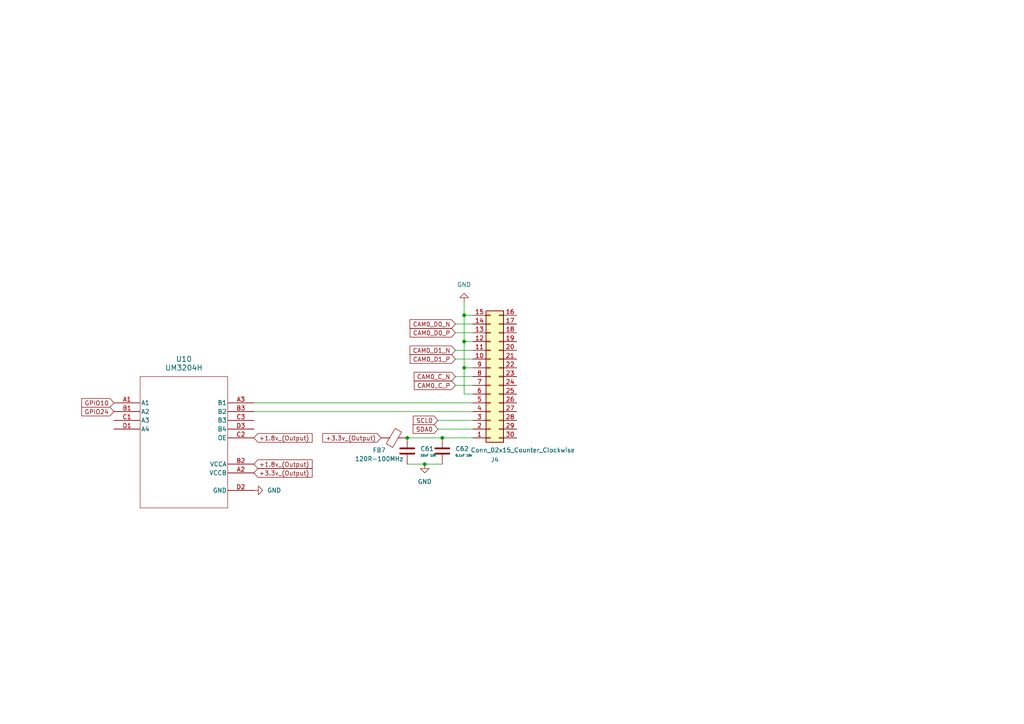
<source format=kicad_sch>
(kicad_sch (version 20250114) (generator "eeschema") (generator_version "9.0")
  (paper "A4")
  (lib_symbols
    (symbol "2025-10-18_12-13-53:UM3204H" (pin_names (offset 0.254))
      (property "Reference" "U" (at 20.32 12.7 0))
      (property "Value" "UM3204H" (at 20.32 10.16 0))
      (symbol "UM3204H_0_1"
        (polyline (pts (xy 7.62 7.62) (xy 7.62 -30.48)) (stroke (width 0.127)))
        (polyline (pts (xy 7.62 -30.48) (xy 33.02 -30.48)) (stroke (width 0.127)))
        (polyline (pts (xy 33.02 7.62) (xy 7.62 7.62)) (stroke (width 0.127)))
        (polyline (pts (xy 33.02 -30.48) (xy 33.02 7.62)) (stroke (width 0.127)))
        (pin bidirectional line (at 0 0 0) (length 7.62) (name "B1") (number "A3"))
        (pin bidirectional line (at 0 -2.54 0) (length 7.62) (name "B2") (number "B3"))
        (pin bidirectional line (at 0 -5.08 0) (length 7.62) (name "B3") (number "C3"))
        (pin bidirectional line (at 0 -7.62 0) (length 7.62) (name "B4") (number "D3"))
        (pin unspecified line (at 0 -10.16 0) (length 7.62) (name "OE") (number "C2"))
        (pin power_in line (at 0 -17.78 0) (length 7.62) (name "VCCA") (number "B2"))
        (pin power_in line (at 0 -20.32 0) (length 7.62) (name "VCCB") (number "A2"))
        (pin power_out line (at 0 -25.4 0) (length 7.62) (name "GND") (number "D2"))
        (pin bidirectional line (at 40.64 0 180) (length 7.62) (name "A1") (number "A1"))
        (pin bidirectional line (at 40.64 -2.54 180) (length 7.62) (name "A2") (number "B1"))
        (pin bidirectional line (at 40.64 -5.08 180) (length 7.62) (name "A3") (number "C1"))
        (pin bidirectional line (at 40.64 -7.62 180) (length 7.62) (name "A4") (number "D1"))
      )
    )
    (symbol "Connector_Generic:Conn_02x15_Counter_Clockwise" (pin_names (offset 1.016) (hide yes))
      (property "Reference" "J" (at 1.27 20.32 0))
      (property "Value" "Conn_02x15_Counter_Clockwise" (at 1.27 -20.32 0))
      (symbol "Conn_02x15_Counter_Clockwise_1_1"
        (rectangle (start -1.27 19.05) (end 3.81 -19.05) (stroke (width 0.254)) (fill (type background)))
        (rectangle (start -1.27 17.907) (end 0 17.653) (stroke (width 0.1524)))
        (rectangle (start -1.27 15.367) (end 0 15.113) (stroke (width 0.1524)))
        (rectangle (start -1.27 12.827) (end 0 12.573) (stroke (width 0.1524)))
        (rectangle (start -1.27 10.287) (end 0 10.033) (stroke (width 0.1524)))
        (rectangle (start -1.27 7.747) (end 0 7.493) (stroke (width 0.1524)))
        (rectangle (start -1.27 5.207) (end 0 4.953) (stroke (width 0.1524)))
        (rectangle (start -1.27 2.667) (end 0 2.413) (stroke (width 0.1524)))
        (rectangle (start -1.27 0.127) (end 0 -0.127) (stroke (width 0.1524)))
        (rectangle (start -1.27 -2.413) (end 0 -2.667) (stroke (width 0.1524)))
        (rectangle (start -1.27 -4.953) (end 0 -5.207) (stroke (width 0.1524)))
        (rectangle (start -1.27 -7.493) (end 0 -7.747) (stroke (width 0.1524)))
        (rectangle (start -1.27 -10.033) (end 0 -10.287) (stroke (width 0.1524)))
        (rectangle (start -1.27 -12.573) (end 0 -12.827) (stroke (width 0.1524)))
        (rectangle (start -1.27 -15.113) (end 0 -15.367) (stroke (width 0.1524)))
        (rectangle (start -1.27 -17.653) (end 0 -17.907) (stroke (width 0.1524)))
        (rectangle (start 3.81 17.907) (end 2.54 17.653) (stroke (width 0.1524)))
        (rectangle (start 3.81 15.367) (end 2.54 15.113) (stroke (width 0.1524)))
        (rectangle (start 3.81 12.827) (end 2.54 12.573) (stroke (width 0.1524)))
        (rectangle (start 3.81 10.287) (end 2.54 10.033) (stroke (width 0.1524)))
        (rectangle (start 3.81 7.747) (end 2.54 7.493) (stroke (width 0.1524)))
        (rectangle (start 3.81 5.207) (end 2.54 4.953) (stroke (width 0.1524)))
        (rectangle (start 3.81 2.667) (end 2.54 2.413) (stroke (width 0.1524)))
        (rectangle (start 3.81 0.127) (end 2.54 -0.127) (stroke (width 0.1524)))
        (rectangle (start 3.81 -2.413) (end 2.54 -2.667) (stroke (width 0.1524)))
        (rectangle (start 3.81 -4.953) (end 2.54 -5.207) (stroke (width 0.1524)))
        (rectangle (start 3.81 -7.493) (end 2.54 -7.747) (stroke (width 0.1524)))
        (rectangle (start 3.81 -10.033) (end 2.54 -10.287) (stroke (width 0.1524)))
        (rectangle (start 3.81 -12.573) (end 2.54 -12.827) (stroke (width 0.1524)))
        (rectangle (start 3.81 -15.113) (end 2.54 -15.367) (stroke (width 0.1524)))
        (rectangle (start 3.81 -17.653) (end 2.54 -17.907) (stroke (width 0.1524)))
        (pin passive line (at -5.08 17.78 0) (length 3.81) (name "Pin_1") (number "1"))
        (pin passive line (at -5.08 15.24 0) (length 3.81) (name "Pin_2") (number "2"))
        (pin passive line (at -5.08 12.7 0) (length 3.81) (name "Pin_3") (number "3"))
        (pin passive line (at -5.08 10.16 0) (length 3.81) (name "Pin_4") (number "4"))
        (pin passive line (at -5.08 7.62 0) (length 3.81) (name "Pin_5") (number "5"))
        (pin passive line (at -5.08 5.08 0) (length 3.81) (name "Pin_6") (number "6"))
        (pin passive line (at -5.08 2.54 0) (length 3.81) (name "Pin_7") (number "7"))
        (pin passive line (at -5.08 0 0) (length 3.81) (name "Pin_8") (number "8"))
        (pin passive line (at -5.08 -2.54 0) (length 3.81) (name "Pin_9") (number "9"))
        (pin passive line (at -5.08 -5.08 0) (length 3.81) (name "Pin_10") (number "10"))
        (pin passive line (at -5.08 -7.62 0) (length 3.81) (name "Pin_11") (number "11"))
        (pin passive line (at -5.08 -10.16 0) (length 3.81) (name "Pin_12") (number "12"))
        (pin passive line (at -5.08 -12.7 0) (length 3.81) (name "Pin_13") (number "13"))
        (pin passive line (at -5.08 -15.24 0) (length 3.81) (name "Pin_14") (number "14"))
        (pin passive line (at -5.08 -17.78 0) (length 3.81) (name "Pin_15") (number "15"))
        (pin passive line (at 7.62 17.78 180) (length 3.81) (name "Pin_30") (number "30"))
        (pin passive line (at 7.62 15.24 180) (length 3.81) (name "Pin_29") (number "29"))
        (pin passive line (at 7.62 12.7 180) (length 3.81) (name "Pin_28") (number "28"))
        (pin passive line (at 7.62 10.16 180) (length 3.81) (name "Pin_27") (number "27"))
        (pin passive line (at 7.62 7.62 180) (length 3.81) (name "Pin_26") (number "26"))
        (pin passive line (at 7.62 5.08 180) (length 3.81) (name "Pin_25") (number "25"))
        (pin passive line (at 7.62 2.54 180) (length 3.81) (name "Pin_24") (number "24"))
        (pin passive line (at 7.62 0 180) (length 3.81) (name "Pin_23") (number "23"))
        (pin passive line (at 7.62 -2.54 180) (length 3.81) (name "Pin_22") (number "22"))
        (pin passive line (at 7.62 -5.08 180) (length 3.81) (name "Pin_21") (number "21"))
        (pin passive line (at 7.62 -7.62 180) (length 3.81) (name "Pin_20") (number "20"))
        (pin passive line (at 7.62 -10.16 180) (length 3.81) (name "Pin_19") (number "19"))
        (pin passive line (at 7.62 -12.7 180) (length 3.81) (name "Pin_18") (number "18"))
        (pin passive line (at 7.62 -15.24 180) (length 3.81) (name "Pin_17") (number "17"))
        (pin passive line (at 7.62 -17.78 180) (length 3.81) (name "Pin_16") (number "16"))
      )
    )
    (symbol "Device:C" (pin_numbers (hide yes)) (pin_names (offset 0.254))
      (property "Reference" "C" (at 0.635 2.54 0))
      (property "Value" "C" (at 0.635 -2.54 0))
      (symbol "C_0_1"
        (polyline (pts (xy -2.032 0.762) (xy 2.032 0.762)) (stroke (width 0.508)))
        (polyline (pts (xy -2.032 -0.762) (xy 2.032 -0.762)) (stroke (width 0.508)))
      )
      (symbol "C_1_1"
        (pin passive line (at 0 3.81 270) (length 2.794) (name "~") (number "1"))
        (pin passive line (at 0 -3.81 90) (length 2.794) (name "~") (number "2"))
      )
    )
    (symbol "Device:FerriteBead" (pin_numbers (hide yes)) (pin_names (offset 0))
      (property "Reference" "FB" (at -3.81 0.635 90))
      (property "Value" "FerriteBead" (at 3.81 0 90))
      (symbol "FerriteBead_0_1"
        (polyline (pts (xy -2.7686 0.4064) (xy -1.7018 2.2606) (xy 2.7686 -0.3048) (xy 1.6764 -2.159) (xy -2.7686 0.4064)))
        (polyline (pts (xy 0 1.27) (xy 0 1.2954)))
        (polyline (pts (xy 0 -1.27) (xy 0 -1.2192)))
      )
      (symbol "FerriteBead_1_1"
        (pin passive line (at 0 3.81 270) (length 2.54) (name "~") (number "1"))
        (pin passive line (at 0 -3.81 90) (length 2.54) (name "~") (number "2"))
      )
    )
    (symbol "power:GND" (power) (pin_numbers (hide yes)) (pin_names (offset 0) (hide yes))
      (property "Value" "GND" (at 0 -3.81 0))
      (symbol "GND_0_1"
        (polyline (pts (xy 0 0) (xy 0 -1.27) (xy 1.27 -1.27) (xy 0 -2.54) (xy -1.27 -1.27) (xy 0 -1.27)))
      )
      (symbol "GND_1_1"
        (pin power_in line (at 0 0 270) (length 0) (name "~") (number "1"))
      )
    )
  )
  (junction (at 128.27 127))
  (junction (at 118.11 127))
  (junction (at 134.62 91.44))
  (junction (at 134.62 99.06))
  (junction (at 134.62 106.68))
  (junction (at 123.19 134.62))
  (wire (pts (xy 134.62 87.63) (xy 134.62 91.44)))
  (wire (pts (xy 127 124.46) (xy 137.16 124.46)))
  (wire (pts (xy 134.62 91.44) (xy 137.16 91.44)))
  (wire (pts (xy 137.16 114.3) (xy 134.62 114.3)))
  (wire (pts (xy 132.08 101.6) (xy 137.16 101.6)))
  (wire (pts (xy 128.27 127) (xy 137.16 127)))
  (wire (pts (xy 118.11 134.62) (xy 123.19 134.62)))
  (wire (pts (xy 132.08 111.76) (xy 137.16 111.76)))
  (wire (pts (xy 73.66 119.38) (xy 137.16 119.38)))
  (wire (pts (xy 132.08 104.14) (xy 137.16 104.14)))
  (wire (pts (xy 134.62 91.44) (xy 134.62 99.06)))
  (wire (pts (xy 127 121.92) (xy 137.16 121.92)))
  (wire (pts (xy 132.08 93.98) (xy 137.16 93.98)))
  (wire (pts (xy 132.08 109.22) (xy 137.16 109.22)))
  (wire (pts (xy 134.62 106.68) (xy 134.62 114.3)))
  (wire (pts (xy 118.11 127) (xy 128.27 127)))
  (wire (pts (xy 132.08 96.52) (xy 137.16 96.52)))
  (wire (pts (xy 73.66 116.84) (xy 137.16 116.84)))
  (wire (pts (xy 134.62 106.68) (xy 137.16 106.68)))
  (wire (pts (xy 134.62 99.06) (xy 134.62 106.68)))
  (wire (pts (xy 123.19 134.62) (xy 128.27 134.62)))
  (wire (pts (xy 134.62 99.06) (xy 137.16 99.06)))
  (global_label "+3.3v_(Output)" (shape input) (at 73.66 137.16 0) (property "Intersheetrefs" "${INTERSHEET_REFS}" (effects (hide yes))))
  (global_label "SDA0" (shape input) (at 127 124.46 180) (property "Intersheetrefs" "${INTERSHEET_REFS}" (effects (hide yes))))
  (global_label "CAM0_D0_P" (shape input) (at 132.08 96.52 180) (property "Intersheetrefs" "${INTERSHEET_REFS}" (effects (hide yes))))
  (global_label "CAM0_D0_N" (shape input) (at 132.08 93.98 180) (property "Intersheetrefs" "${INTERSHEET_REFS}" (effects (hide yes))))
  (global_label "CAM0_C_P" (shape input) (at 132.08 111.76 180) (property "Intersheetrefs" "${INTERSHEET_REFS}" (effects (hide yes))))
  (global_label "+3.3v_(Output)" (shape input) (at 110.49 127 180) (property "Intersheetrefs" "${INTERSHEET_REFS}" (effects (hide yes))))
  (global_label "GPIO24" (shape input) (at 33.02 119.38 180) (property "Intersheetrefs" "${INTERSHEET_REFS}" (effects (hide yes))))
  (global_label "GPIO10" (shape input) (at 33.02 116.84 180) (property "Intersheetrefs" "${INTERSHEET_REFS}" (effects (hide yes))))
  (global_label "SCL0" (shape input) (at 127 121.92 180) (property "Intersheetrefs" "${INTERSHEET_REFS}" (effects (hide yes))))
  (global_label "+1.8v_(Output)" (shape input) (at 73.66 134.62 0) (property "Intersheetrefs" "${INTERSHEET_REFS}" (effects (hide yes))))
  (global_label "CAM0_D1_P" (shape input) (at 132.08 104.14 180) (property "Intersheetrefs" "${INTERSHEET_REFS}" (effects (hide yes))))
  (global_label "CAM0_C_N" (shape input) (at 132.08 109.22 180) (property "Intersheetrefs" "${INTERSHEET_REFS}" (effects (hide yes))))
  (global_label "CAM0_D1_N" (shape input) (at 132.08 101.6 180) (property "Intersheetrefs" "${INTERSHEET_REFS}" (effects (hide yes))))
  (global_label "+1.8v_(Output)" (shape input) (at 73.66 127 0) (property "Intersheetrefs" "${INTERSHEET_REFS}" (effects (hide yes))))
  (symbol (lib_id "Device:FerriteBead") (at 114.3 127 90) (unit 1)
    (property "Reference" "FB7" (at 109.982 130.556 90))
    (property "Value" "120R-100MHz" (at 109.982 133.096 90))
    (property "Description" "Ferrite bead" (effects (hide yes)))
  )
  (symbol (lib_id "2025-10-18_12-13-53:UM3204H") (at 73.66 116.84 0) (mirror y) (unit 1)
    (property "Reference" "U10" (at 53.34 104.14 0) (effects (font (size 1.524 1.524))))
    (property "Value" "UM3204H" (at 53.34 106.68 0) (effects (font (size 1.524 1.524))))
    (property "Footprint" "BGA_3204H_USC" (effects (hide yes)))
    (property "Datasheet" "UM3204H" (effects (hide yes)))
  )
  (symbol (lib_id "power:GND") (at 73.66 142.24 90) (unit 1)
    (property "Reference" "#PWR053" (effects (hide yes)))
    (property "Value" "GND" (at 77.47 142.2399 90) (effects (justify right)))
    (property "Description" "Power symbol creates a global label with name \"GND\" , ground" (effects (hide yes)))
  )
  (symbol (lib_id "power:GND") (at 134.62 87.63 180) (unit 1)
    (property "Reference" "#PWR054" (effects (hide yes)))
    (property "Value" "GND" (at 134.62 82.55 0))
    (property "Description" "Power symbol creates a global label with name \"GND\" , ground" (effects (hide yes)))
  )
  (symbol (lib_id "Device:C") (at 128.27 130.81 0) (unit 1)
    (property "Reference" "C62" (at 132.08 130.1749 0) (effects (justify left)))
    (property "Value" "0.1uF 10v" (at 132.08 132.08 0) (effects (font (size 0.635 0.635)) (justify left)))
    (property "Description" "Unpolarized capacitor" (effects (hide yes)))
  )
  (symbol (lib_id "Connector_Generic:Conn_02x15_Counter_Clockwise") (at 142.24 109.22 0) (mirror x) (unit 1)
    (property "Reference" "J4" (at 143.51 133.35 0))
    (property "Value" "Conn_02x15_Counter_Clockwise" (at 151.638 130.556 0))
    (property "Description" "Generic connector, double row, 02x15, counter clockwise pin numbering scheme (similar to DIP package numbering), script generated (kicad-library-utils/schlib/autogen/connector/)" (effects (hide yes)))
  )
  (symbol (lib_id "power:GND") (at 123.19 134.62 0) (unit 1)
    (property "Reference" "#PWR052" (effects (hide yes)))
    (property "Value" "GND" (at 123.19 139.7 0))
    (property "Description" "Power symbol creates a global label with name \"GND\" , ground" (effects (hide yes)))
  )
  (symbol (lib_id "Device:C") (at 118.11 130.81 0) (unit 1)
    (property "Reference" "C61" (at 121.92 130.1749 0) (effects (justify left)))
    (property "Value" "10uF 10v" (at 121.92 132.08 0) (effects (font (size 0.635 0.635)) (justify left)))
    (property "Description" "Unpolarized capacitor" (effects (hide yes)))
  )
)
</source>
